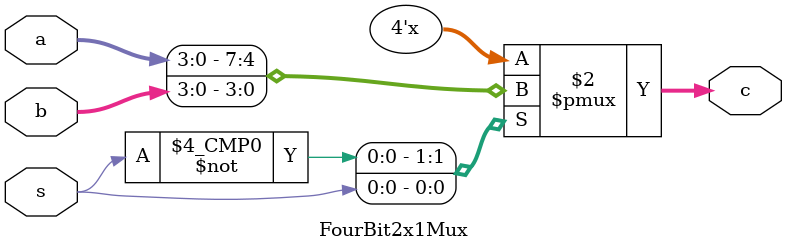
<source format=v>
`timescale 1ns / 1ps


module FourBit2x1Mux(
    input s,
    input [3:0] a,
    input [3:0] b,
    output reg [3:0] c
    );
    always @ (s or a or b)
    // based on the select, assign the output to the corresponding input
    case (s)
        1'b0 : c[3:0] = a[3:0];
        1'b1 : c[3:0] = b[3:0];
    endcase
endmodule

</source>
